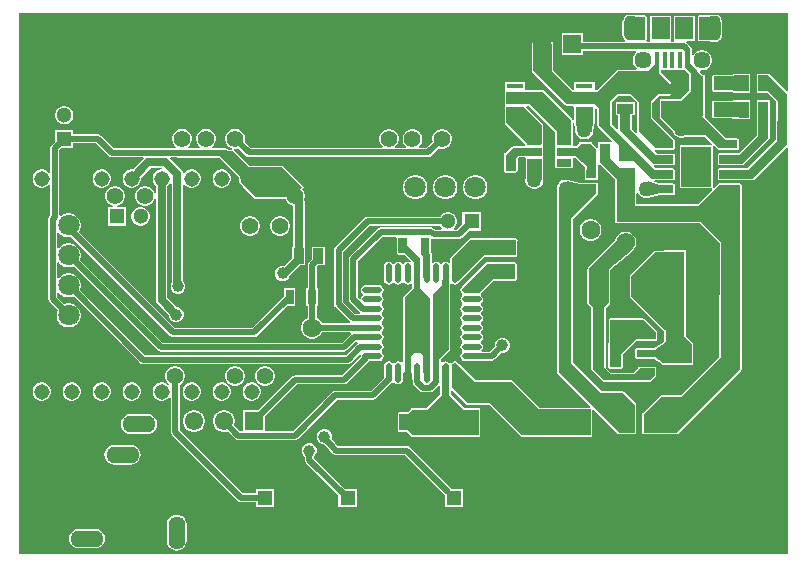
<source format=gtl>
G04*
G04 #@! TF.GenerationSoftware,Altium Limited,Altium Designer,23.4.1 (23)*
G04*
G04 Layer_Physical_Order=1*
G04 Layer_Color=255*
%FSLAX25Y25*%
%MOIN*%
G70*
G04*
G04 #@! TF.SameCoordinates,34C706FF-D981-4061-8AA4-72CC7803A1E3*
G04*
G04*
G04 #@! TF.FilePolarity,Positive*
G04*
G01*
G75*
%ADD17C,0.01968*%
%ADD19R,0.06299X0.22441*%
%ADD22R,0.03197X0.02985*%
%ADD23R,0.03740X0.05315*%
%ADD24R,0.04331X0.04724*%
%ADD27R,0.02756X0.05118*%
%ADD28R,0.06693X0.06614*%
%ADD35R,0.05118X0.02756*%
%ADD37R,0.05315X0.03740*%
%ADD38C,0.15748*%
%ADD53R,0.05118X0.05118*%
%ADD54C,0.05118*%
%ADD55R,0.06181X0.06181*%
%ADD56C,0.06181*%
%ADD58R,0.06181X0.06181*%
%ADD59R,0.05118X0.05118*%
%ADD63R,0.05906X0.07480*%
%ADD64R,0.04921X0.02362*%
%ADD65R,0.03347X0.05315*%
%ADD66R,0.04724X0.02559*%
%ADD67R,0.01575X0.05315*%
%ADD68O,0.06496X0.02165*%
%ADD69O,0.02165X0.06496*%
%ADD70R,0.22047X0.08268*%
%ADD71R,0.09894X0.13394*%
%ADD72R,0.06004X0.02756*%
%ADD73R,0.05807X0.01772*%
%ADD74R,0.05315X0.03347*%
%ADD75C,0.02756*%
G04:AMPARAMS|DCode=76|XSize=78.74mil|YSize=39.37mil|CornerRadius=9.84mil|HoleSize=0mil|Usage=FLASHONLY|Rotation=270.000|XOffset=0mil|YOffset=0mil|HoleType=Round|Shape=RoundedRectangle|*
%AMROUNDEDRECTD76*
21,1,0.07874,0.01968,0,0,270.0*
21,1,0.05906,0.03937,0,0,270.0*
1,1,0.01968,-0.00984,-0.02953*
1,1,0.01968,-0.00984,0.02953*
1,1,0.01968,0.00984,0.02953*
1,1,0.01968,0.00984,-0.02953*
%
%ADD76ROUNDEDRECTD76*%
%ADD77C,0.13583*%
%ADD78C,0.05709*%
%ADD79C,0.05150*%
%ADD80R,0.05150X0.05150*%
%ADD81C,0.05512*%
%ADD82C,0.06299*%
%ADD83C,0.07087*%
%ADD84R,0.07087X0.07087*%
%ADD85O,0.11024X0.05512*%
%ADD86O,0.05512X0.11024*%
%ADD87C,0.05591*%
%ADD88C,0.06102*%
%ADD89R,0.06102X0.06102*%
%ADD90R,0.07087X0.07087*%
%ADD91C,0.03937*%
%ADD92C,0.11811*%
%ADD93C,0.05000*%
G36*
X257071Y155371D02*
X256609Y155180D01*
X250992Y160797D01*
Y161031D01*
X250592D01*
X250492Y161073D01*
X250492Y161073D01*
X247146D01*
X247046Y161031D01*
X246646D01*
Y160631D01*
X246604Y160531D01*
Y155217D01*
X246646Y155117D01*
Y154717D01*
X247046D01*
X247146Y154675D01*
X250268D01*
X252176Y152767D01*
X252176Y152767D01*
X253099Y151844D01*
X253004Y139005D01*
X243477Y129478D01*
X234154D01*
X233959Y129398D01*
X233652D01*
Y129032D01*
X233612Y128937D01*
Y126083D01*
X233652Y125988D01*
Y125642D01*
X233911D01*
X234154Y125541D01*
X245472D01*
X245472Y125541D01*
X245855Y125700D01*
X245855Y125700D01*
X256609Y136454D01*
X257071Y136263D01*
Y803D01*
X803D01*
Y181284D01*
X257071D01*
Y155371D01*
D02*
G37*
G36*
X256890Y154134D02*
Y137500D01*
X245472Y126083D01*
X234154D01*
Y128937D01*
X243701D01*
X253543Y138779D01*
X253642Y152067D01*
X252559Y153150D01*
X250492Y155217D01*
X247146D01*
Y160531D01*
X250492D01*
X256890Y154134D01*
D02*
G37*
%LPC*%
G36*
X233268Y180647D02*
X231299D01*
X230720Y180532D01*
X230616Y180463D01*
X227559D01*
X227176Y180304D01*
X227018Y179921D01*
Y172441D01*
X227176Y172058D01*
X227559Y171900D01*
X230616D01*
X230720Y171830D01*
X231299Y171715D01*
X233268D01*
X233847Y171830D01*
X234338Y172158D01*
X234666Y172649D01*
X234749Y173067D01*
X235002Y173446D01*
X235194Y174409D01*
X235187Y174445D01*
X235187Y177916D01*
X235194Y177953D01*
X235002Y178916D01*
X234749Y179295D01*
X234666Y179713D01*
X234338Y180204D01*
X233847Y180532D01*
X233268Y180647D01*
D02*
G37*
G36*
X205709D02*
X203740D01*
X203161Y180532D01*
X202670Y180204D01*
X202342Y179713D01*
X202259Y179295D01*
X202005Y178916D01*
X201814Y177953D01*
X201821Y177917D01*
X201821Y174446D01*
X201814Y174409D01*
X202005Y173446D01*
X202259Y173067D01*
X202342Y172649D01*
X202640Y172203D01*
X202588Y171988D01*
X202451Y171703D01*
X188787D01*
Y174457D01*
X181606D01*
Y167276D01*
X188787D01*
Y168676D01*
X206460D01*
X206543Y168176D01*
X205977Y167611D01*
X205536Y166846D01*
X205307Y165993D01*
Y165110D01*
X205536Y164257D01*
X205977Y163492D01*
X206602Y162867D01*
X206627Y162852D01*
X206493Y162352D01*
X205020Y162352D01*
X205020Y162352D01*
X204823D01*
X204823Y162352D01*
X200394Y162352D01*
X200394Y162352D01*
X200011Y162194D01*
X200011Y162194D01*
X193477Y155659D01*
X192608D01*
Y158283D01*
X185801D01*
Y155806D01*
X185301Y155720D01*
X178789Y162232D01*
Y171063D01*
X178786Y171072D01*
X178789Y171080D01*
X178707Y171262D01*
X178631Y171446D01*
X178622Y171449D01*
X178618Y171458D01*
X178433Y171528D01*
X178248Y171604D01*
X178239Y171601D01*
X178231Y171604D01*
X172128Y171407D01*
X171947Y171325D01*
X171763Y171249D01*
X171759Y171240D01*
X171751Y171236D01*
X171681Y171050D01*
X171605Y170866D01*
Y162106D01*
X171604Y162106D01*
X171763Y161724D01*
X171763Y161724D01*
X182885Y150602D01*
X183268Y150443D01*
X183268Y150443D01*
X185534D01*
X185778Y150000D01*
Y145670D01*
X185778Y145609D01*
X185775Y145589D01*
X185285Y145571D01*
X185252Y145652D01*
X185127Y145954D01*
X185127Y145954D01*
X175580Y155501D01*
X175197Y155659D01*
X175197Y155659D01*
X169474D01*
Y158283D01*
X162667D01*
Y155165D01*
X162648Y155118D01*
Y150984D01*
X162667Y150937D01*
Y149949D01*
X162648Y149902D01*
X162648Y144587D01*
X162648Y144587D01*
X162806Y144204D01*
X169559Y137451D01*
X169470Y136934D01*
X169235Y136860D01*
X165354D01*
X165354Y136860D01*
X164972Y136702D01*
X162727Y134457D01*
X162492D01*
Y134056D01*
X162451Y133957D01*
X162451Y133957D01*
Y128642D01*
X162492Y128542D01*
Y128142D01*
X162893D01*
X162992Y128101D01*
X166354D01*
X166453Y128142D01*
X166839D01*
Y128506D01*
X166895Y128642D01*
Y132566D01*
X167547Y133219D01*
X169235D01*
X169485Y133140D01*
X169650Y132613D01*
X169636Y132579D01*
Y126346D01*
X169539Y125986D01*
Y125196D01*
X169744Y124433D01*
X170139Y123749D01*
X170697Y123190D01*
X171381Y122795D01*
X172144Y122591D01*
X172934D01*
X173697Y122795D01*
X174381Y123190D01*
X174940Y123749D01*
X175335Y124433D01*
X175539Y125196D01*
Y125986D01*
X175443Y126346D01*
X175443Y132579D01*
X175402Y132678D01*
X175402Y133079D01*
X175402Y133660D01*
X175443Y133760D01*
Y136319D01*
X175402Y136418D01*
X175402Y136819D01*
X175402Y137400D01*
X175443Y137500D01*
Y143996D01*
X175443Y143996D01*
X175284Y144379D01*
X169720Y149943D01*
X169927Y150443D01*
X170740D01*
X179479Y141705D01*
X179479Y137500D01*
X179520Y137400D01*
X179520Y137000D01*
X179520Y136418D01*
X179479Y136319D01*
Y133760D01*
X179520Y133660D01*
X179520Y133260D01*
X179520Y132760D01*
Y129520D01*
X185244D01*
Y132719D01*
X185686Y133219D01*
X186193D01*
X187394Y132018D01*
Y131882D01*
X187530D01*
X189419Y129992D01*
Y126181D01*
X189437Y126139D01*
Y125673D01*
X189881D01*
X189961Y125640D01*
X193209D01*
X193288Y125673D01*
X193634D01*
Y125902D01*
X193750Y126181D01*
Y130762D01*
X194250Y130969D01*
X199360Y125858D01*
Y117028D01*
X199360Y117028D01*
X199360Y117027D01*
Y111713D01*
X199362Y111708D01*
Y111252D01*
X199707D01*
X199902Y111171D01*
X205217D01*
X205217Y111171D01*
X205217Y111171D01*
X227729D01*
X234301Y104599D01*
Y102173D01*
X234244D01*
Y87501D01*
X234203Y87402D01*
Y66760D01*
X221233Y53789D01*
X214764D01*
X214381Y53631D01*
X214381Y53631D01*
X208829Y48079D01*
X208496D01*
Y40898D01*
X208813D01*
X209055Y40797D01*
X209290Y40894D01*
X219877Y40797D01*
X219879Y40798D01*
X219882Y40797D01*
X220071Y40876D01*
X220261Y40952D01*
X220262Y40955D01*
X220265Y40956D01*
X222332Y43023D01*
X222332Y43023D01*
X241426Y62117D01*
X241584Y62500D01*
X241584Y62500D01*
Y87402D01*
X241584Y87402D01*
Y123917D01*
X241426Y124300D01*
X241043Y124459D01*
X234154D01*
X234007Y124398D01*
X233652D01*
Y124181D01*
X232423Y122952D01*
X231923Y123160D01*
X231923Y123183D01*
Y136856D01*
X231923Y136880D01*
X232423Y137087D01*
X233652Y135859D01*
Y135642D01*
X234007D01*
X234154Y135581D01*
X234154Y135581D01*
X240158D01*
X240304Y135642D01*
X240655D01*
Y136018D01*
X240699Y136122D01*
Y138976D01*
X240655Y139081D01*
Y139398D01*
X240447D01*
X240158Y139518D01*
X236346D01*
X229273Y146591D01*
X229380Y146850D01*
Y159843D01*
X229380Y159843D01*
X229339Y159942D01*
Y160736D01*
X228710D01*
X227717Y161730D01*
X227854Y162070D01*
X227957Y162197D01*
X228788D01*
X229641Y162425D01*
X230406Y162867D01*
X231031Y163492D01*
X231472Y164257D01*
X231701Y165110D01*
Y165993D01*
X231472Y166846D01*
X231031Y167611D01*
X230406Y168235D01*
X229641Y168677D01*
X228788Y168905D01*
X227905D01*
X227052Y168677D01*
X226287Y168235D01*
X225662Y167611D01*
X225451Y167244D01*
X224951Y167378D01*
Y169543D01*
X224792Y169925D01*
X224792Y169925D01*
X224145Y170572D01*
X224121Y170582D01*
X224084Y170639D01*
X223463Y171260D01*
X223192Y171441D01*
X223343Y171941D01*
X225894D01*
Y180421D01*
X218988D01*
Y172203D01*
X218988Y171941D01*
X218587Y171703D01*
X218421D01*
X218020Y171941D01*
X218020Y172203D01*
Y180421D01*
X211114D01*
Y172203D01*
X211114Y171941D01*
X210713Y171703D01*
X210130D01*
X209892Y172203D01*
X209990Y172441D01*
Y179921D01*
X209832Y180304D01*
X209449Y180463D01*
X206392D01*
X206288Y180532D01*
X205709Y180647D01*
D02*
G37*
G36*
X243996Y161073D02*
X239173D01*
X238790Y160914D01*
X238790Y160914D01*
X238654Y160777D01*
X232283D01*
X231901Y160619D01*
X231742Y160236D01*
Y155512D01*
X231901Y155129D01*
X232283Y154971D01*
X238457D01*
X238594Y154834D01*
X238976Y154675D01*
X238976Y154675D01*
X243996D01*
X244095Y154717D01*
X244496D01*
Y155117D01*
X244537Y155217D01*
Y160531D01*
X244496Y160631D01*
Y161031D01*
X244095D01*
X243996Y161073D01*
D02*
G37*
G36*
Y152313D02*
X239173D01*
X238790Y152154D01*
X238790Y152154D01*
X238654Y152018D01*
X232283D01*
X232184Y151976D01*
X231784D01*
Y151576D01*
X231742Y151476D01*
Y146752D01*
X231784Y146652D01*
Y146252D01*
X232184D01*
X232283Y146211D01*
X238457D01*
X238594Y146074D01*
X238976Y145915D01*
X238976Y145915D01*
X243996D01*
X244095Y145957D01*
X244496D01*
Y146357D01*
X244537Y146457D01*
Y151772D01*
X244496Y151871D01*
Y152272D01*
X244095D01*
X243996Y152313D01*
D02*
G37*
G36*
X16151Y150303D02*
X15345D01*
X14567Y150095D01*
X13870Y149692D01*
X13300Y149122D01*
X12898Y148425D01*
X12689Y147647D01*
Y146841D01*
X12898Y146063D01*
X13300Y145366D01*
X13870Y144796D01*
X14567Y144394D01*
X15345Y144185D01*
X16151D01*
X16929Y144394D01*
X17626Y144796D01*
X18196Y145366D01*
X18599Y146063D01*
X18807Y146841D01*
Y147647D01*
X18599Y148425D01*
X18196Y149122D01*
X17626Y149692D01*
X16929Y150095D01*
X16151Y150303D01*
D02*
G37*
G36*
X73269Y142705D02*
X72401D01*
X71563Y142480D01*
X70811Y142046D01*
X70198Y141433D01*
X69764Y140681D01*
X69539Y139843D01*
Y138976D01*
X69764Y138137D01*
X70198Y137386D01*
X70811Y136773D01*
X71563Y136339D01*
X71792Y136277D01*
X71726Y135777D01*
X70720D01*
X70717Y135781D01*
X70226Y136109D01*
X69647Y136224D01*
X65066D01*
X64932Y136724D01*
X65016Y136773D01*
X65629Y137386D01*
X66063Y138137D01*
X66287Y138976D01*
Y139843D01*
X66063Y140681D01*
X65629Y141433D01*
X65016Y142046D01*
X64264Y142480D01*
X63426Y142705D01*
X62558D01*
X61720Y142480D01*
X60969Y142046D01*
X60355Y141433D01*
X59921Y140681D01*
X59697Y139843D01*
Y138976D01*
X59921Y138137D01*
X60355Y137386D01*
X60969Y136773D01*
X61052Y136724D01*
X60918Y136224D01*
X57192D01*
X57058Y136724D01*
X57141Y136773D01*
X57755Y137386D01*
X58189Y138137D01*
X58413Y138976D01*
Y139843D01*
X58189Y140681D01*
X57755Y141433D01*
X57141Y142046D01*
X56390Y142480D01*
X55552Y142705D01*
X54684D01*
X53846Y142480D01*
X53095Y142046D01*
X52481Y141433D01*
X52047Y140681D01*
X51823Y139843D01*
Y138976D01*
X52047Y138137D01*
X52481Y137386D01*
X53095Y136773D01*
X53178Y136724D01*
X53044Y136224D01*
X32353D01*
X28137Y140440D01*
X27646Y140768D01*
X27067Y140883D01*
X27067Y140883D01*
X18807D01*
Y142429D01*
X12689D01*
Y138451D01*
X11596Y137358D01*
X11268Y136867D01*
X11153Y136288D01*
X11153Y136288D01*
Y128216D01*
X10653Y128054D01*
X10195Y128512D01*
X9494Y128916D01*
X8712Y129126D01*
X7902D01*
X7120Y128916D01*
X6419Y128512D01*
X5847Y127939D01*
X5442Y127238D01*
X5232Y126456D01*
Y125646D01*
X5442Y124864D01*
X5847Y124163D01*
X6419Y123591D01*
X7120Y123186D01*
X7902Y122976D01*
X8712D01*
X9494Y123186D01*
X10195Y123591D01*
X10653Y124048D01*
X11153Y123886D01*
Y114056D01*
X10925Y113828D01*
X10597Y113337D01*
X10482Y112758D01*
X10482Y112758D01*
Y85879D01*
X10482Y85879D01*
X10597Y85300D01*
X10925Y84809D01*
X13580Y82154D01*
X13555Y82112D01*
X13280Y81084D01*
Y80019D01*
X13555Y78991D01*
X14087Y78069D01*
X14840Y77316D01*
X15762Y76783D01*
X16791Y76508D01*
X17855D01*
X18883Y76783D01*
X19805Y77316D01*
X20558Y78069D01*
X21091Y78991D01*
X21366Y80019D01*
Y81084D01*
X21091Y82112D01*
X20558Y83034D01*
X19805Y83787D01*
X18883Y84319D01*
X17855Y84595D01*
X16791D01*
X15762Y84319D01*
X15720Y84294D01*
X13509Y86506D01*
Y88071D01*
X14009Y88205D01*
X14087Y88068D01*
X14840Y87316D01*
X15762Y86783D01*
X16791Y86508D01*
X17855D01*
X18883Y86783D01*
X18926Y86808D01*
X41056Y64678D01*
X41547Y64350D01*
X42126Y64235D01*
X110236D01*
X110236Y64235D01*
X110815Y64350D01*
X111306Y64678D01*
X114274Y67645D01*
X114817Y67532D01*
X114839Y67504D01*
X114725Y66929D01*
X114730Y66905D01*
X108393Y60568D01*
X92835D01*
X92835Y60568D01*
X92256Y60453D01*
X91765Y60125D01*
X91764Y60125D01*
X80466Y48827D01*
X75504D01*
Y41954D01*
X74517D01*
X72407Y44064D01*
X72606Y44808D01*
Y45743D01*
X72364Y46646D01*
X71897Y47456D01*
X71236Y48117D01*
X70426Y48585D01*
X69523Y48827D01*
X68588D01*
X67684Y48585D01*
X66875Y48117D01*
X66214Y47456D01*
X65746Y46646D01*
X65504Y45743D01*
Y44808D01*
X65746Y43905D01*
X66214Y43095D01*
X66875Y42434D01*
X67684Y41966D01*
X68588Y41724D01*
X69523D01*
X70267Y41924D01*
X72821Y39370D01*
X73311Y39042D01*
X73891Y38927D01*
X73891Y38927D01*
X92644D01*
X92644Y38927D01*
X93223Y39042D01*
X93714Y39370D01*
X106767Y52424D01*
X118701D01*
X118701Y52424D01*
X119280Y52539D01*
X119771Y52867D01*
X124729Y57825D01*
X125157Y58111D01*
X125290Y58310D01*
X125891D01*
X126024Y58111D01*
X126548Y57761D01*
X127165Y57638D01*
X127783Y57761D01*
X128306Y58111D01*
X128656Y58634D01*
X128779Y59252D01*
Y61310D01*
X129232Y61664D01*
X131398D01*
X131851Y61310D01*
Y59252D01*
X131974Y58634D01*
X131989Y58612D01*
Y58310D01*
X131989Y58310D01*
X132104Y57730D01*
X132432Y57239D01*
X134356Y55315D01*
X134357Y55315D01*
X134847Y54987D01*
X135427Y54872D01*
X135427Y54872D01*
X137802D01*
X137802Y54872D01*
X138381Y54987D01*
X138872Y55315D01*
X140691Y57134D01*
X141105Y57011D01*
X141191Y56948D01*
Y54161D01*
X136546Y49516D01*
X131390D01*
Y49084D01*
X130484Y48179D01*
X127559D01*
X127176Y48020D01*
X127143Y47941D01*
X127059D01*
Y47737D01*
X127018Y47638D01*
Y42126D01*
X127059Y42026D01*
Y41823D01*
X127143D01*
X127176Y41743D01*
X127559Y41585D01*
X130091D01*
X131390Y40286D01*
Y40248D01*
X131428D01*
X131507Y40168D01*
X131890Y40010D01*
X131890Y40010D01*
X153937D01*
X154320Y40168D01*
X154353Y40248D01*
X154437D01*
Y40452D01*
X154478Y40551D01*
Y48819D01*
X154437Y48918D01*
Y49516D01*
X149281D01*
X144636Y54161D01*
Y55530D01*
X145136Y55724D01*
X149600Y50817D01*
X149612Y50811D01*
X149617Y50798D01*
X149798Y50724D01*
X149975Y50640D01*
X149987Y50645D01*
X150000Y50640D01*
X157650D01*
X168121Y40168D01*
X168504Y40010D01*
X168504Y40010D01*
X191339D01*
X191721Y40168D01*
X191754Y40248D01*
X191839D01*
Y40452D01*
X191880Y40551D01*
Y48872D01*
X192380Y49079D01*
X200405Y41054D01*
X200787Y40896D01*
X200787Y40896D01*
X206004D01*
X206387Y41054D01*
X206545Y41437D01*
Y50787D01*
X206545Y50787D01*
X206387Y51170D01*
X206387Y51170D01*
X202450Y55107D01*
X202067Y55266D01*
X202067Y55266D01*
X195008Y55266D01*
X185384Y64890D01*
Y112768D01*
X193352Y120736D01*
X193634D01*
Y121218D01*
X193651Y121260D01*
Y124162D01*
X193634Y124203D01*
Y124721D01*
X191136D01*
X187668Y124752D01*
X183590Y125723D01*
X183525Y125713D01*
X183465Y125738D01*
X183424Y125721D01*
X183367Y125736D01*
X182578D01*
X181815Y125532D01*
X181130Y125137D01*
X180572Y124578D01*
X180177Y123894D01*
X179972Y123131D01*
Y122341D01*
X180069Y121981D01*
Y61614D01*
X180069Y61614D01*
X180227Y61231D01*
X191205Y50254D01*
X190998Y49754D01*
X174240D01*
X165343Y58650D01*
X165264Y58683D01*
Y58768D01*
X164961Y58809D01*
X164961Y58809D01*
X164781Y58809D01*
X152980D01*
X147484Y64306D01*
X147204Y64724D01*
X146680Y65074D01*
X146063Y65196D01*
X145446Y65074D01*
X144922Y64724D01*
X144820Y64572D01*
X144782Y64556D01*
X144777Y64543D01*
X144548Y64474D01*
X144187Y64525D01*
X144054Y64724D01*
X143531Y65074D01*
X142913Y65196D01*
X142296Y65074D01*
X141888Y64801D01*
X141490Y64943D01*
X141388Y65022D01*
Y65819D01*
X144379Y68810D01*
X144537Y69193D01*
X144537Y69193D01*
Y90883D01*
X144640Y90963D01*
X145037Y91105D01*
X145446Y90832D01*
X146063Y90709D01*
X146680Y90832D01*
X147204Y91182D01*
X147417Y91500D01*
X147528Y91546D01*
X147528Y91546D01*
X155933Y99951D01*
X166240D01*
X166623Y100109D01*
X166781Y100492D01*
Y105189D01*
X166820Y105227D01*
X166978Y105610D01*
X166820Y105993D01*
X166437Y106151D01*
X166437Y106151D01*
X151083D01*
X151083Y106151D01*
X150700Y105993D01*
X150700Y105993D01*
X144696Y99989D01*
X144537Y99606D01*
X144537Y99606D01*
Y97971D01*
X144139Y97826D01*
X144037Y97806D01*
X143531Y98144D01*
X142913Y98267D01*
X142296Y98144D01*
X141772Y97795D01*
X141639Y97595D01*
X141038D01*
X140905Y97795D01*
X140381Y98144D01*
X139764Y98267D01*
X139146Y98144D01*
X138738Y97872D01*
X138340Y98014D01*
X138238Y98093D01*
Y101083D01*
X138238Y101083D01*
X138080Y101465D01*
X137943Y101602D01*
Y105512D01*
X137902Y105611D01*
Y105810D01*
X138314Y106067D01*
X138402Y106064D01*
X138953Y105954D01*
X147231D01*
X147231Y105954D01*
X147811Y106070D01*
X148302Y106398D01*
X150656Y108752D01*
X154634D01*
Y114870D01*
X148516D01*
Y110892D01*
X146605Y108981D01*
X145864D01*
X145697Y109481D01*
X146149Y109933D01*
X146551Y110630D01*
X146760Y111408D01*
Y112214D01*
X146551Y112992D01*
X146149Y113689D01*
X145579Y114259D01*
X144881Y114662D01*
X144104Y114870D01*
X143298D01*
X142520Y114662D01*
X141823Y114259D01*
X141253Y113689D01*
X141042Y113324D01*
X116929D01*
X116929Y113324D01*
X116350Y113209D01*
X115859Y112881D01*
X115859Y112881D01*
X106213Y103235D01*
X105885Y102744D01*
X105770Y102165D01*
X105770Y102165D01*
Y84367D01*
X105770Y84367D01*
X105885Y83788D01*
X106213Y83297D01*
X111015Y78495D01*
X111015Y78495D01*
X111170Y78391D01*
X111019Y77891D01*
X101766D01*
X101346Y78619D01*
X100666Y79298D01*
X99938Y79718D01*
Y83555D01*
X100303D01*
Y89673D01*
X99938D01*
Y96617D01*
X100459Y97138D01*
X102665D01*
Y103453D01*
X98319D01*
Y99278D01*
X97355Y98314D01*
X97027Y97823D01*
X96912Y97244D01*
X96912Y97244D01*
Y89673D01*
X96547D01*
Y83555D01*
X96912D01*
Y79718D01*
X96184Y79298D01*
X95505Y78619D01*
X95024Y77787D01*
X94776Y76858D01*
Y75898D01*
X95024Y74969D01*
X95505Y74137D01*
X96184Y73457D01*
X97017Y72977D01*
X97945Y72728D01*
X98906D01*
X99834Y72977D01*
X100666Y73457D01*
X101346Y74137D01*
X101766Y74865D01*
X111180D01*
X111332Y74365D01*
X111233Y74298D01*
X111233Y74298D01*
X108330Y71395D01*
X48619D01*
X21066Y98948D01*
X21091Y98990D01*
X21366Y100019D01*
Y101084D01*
X21091Y102112D01*
X20558Y103034D01*
X19805Y103787D01*
X18883Y104319D01*
X17855Y104595D01*
X16791D01*
X15762Y104319D01*
X14840Y103787D01*
X14087Y103034D01*
X14009Y102897D01*
X13509Y103031D01*
Y108071D01*
X14009Y108205D01*
X14087Y108069D01*
X14840Y107316D01*
X15762Y106783D01*
X16791Y106508D01*
X17855D01*
X18218Y106605D01*
X51090Y73733D01*
X51581Y73405D01*
X52161Y73290D01*
X52161Y73290D01*
X79134D01*
X79134Y73290D01*
X79713Y73405D01*
X80204Y73733D01*
X90026Y83555D01*
X92823D01*
Y89673D01*
X89067D01*
Y86876D01*
X78507Y76316D01*
X52787D01*
X20733Y108371D01*
X21091Y108991D01*
X21366Y110019D01*
Y111083D01*
X21091Y112112D01*
X20558Y113034D01*
X19805Y113787D01*
X18883Y114319D01*
X17855Y114594D01*
X16791D01*
X15762Y114319D01*
X14840Y113787D01*
X14680Y113626D01*
X14179Y113833D01*
Y135661D01*
X14829Y136311D01*
X18807D01*
Y137857D01*
X26440D01*
X30656Y133641D01*
X30656Y133641D01*
X31147Y133313D01*
X31726Y133198D01*
X31726Y133198D01*
X42039D01*
X42246Y132698D01*
X38674Y129126D01*
X37902D01*
X37120Y128916D01*
X36419Y128512D01*
X35847Y127939D01*
X35442Y127238D01*
X35232Y126456D01*
Y125646D01*
X35442Y124864D01*
X35847Y124163D01*
X36419Y123591D01*
X37120Y123186D01*
X37902Y122976D01*
X38712D01*
X39494Y123186D01*
X40195Y123591D01*
X40767Y124163D01*
X41172Y124864D01*
X41382Y125646D01*
Y126418D01*
X44598Y129634D01*
X48230D01*
X48235Y129626D01*
X47958Y129126D01*
X47902D01*
X47120Y128916D01*
X46419Y128512D01*
X45847Y127939D01*
X45442Y127238D01*
X45232Y126456D01*
Y125646D01*
X45442Y124864D01*
X45847Y124163D01*
X46392Y123617D01*
Y121324D01*
X45892Y121258D01*
X45829Y121493D01*
X45401Y122235D01*
X44794Y122842D01*
X44052Y123270D01*
X43224Y123492D01*
X42367D01*
X41539Y123270D01*
X40796Y122842D01*
X40190Y122235D01*
X39761Y121493D01*
X39539Y120665D01*
Y119808D01*
X39761Y118980D01*
X40190Y118237D01*
X40796Y117631D01*
X41539Y117202D01*
X42367Y116980D01*
X43224D01*
X44052Y117202D01*
X44794Y117631D01*
X45401Y118237D01*
X45829Y118980D01*
X45892Y119215D01*
X46392Y119149D01*
Y85551D01*
X46392Y85551D01*
X46538Y84818D01*
X46953Y84197D01*
X50681Y80469D01*
Y80218D01*
X51057Y79310D01*
X51751Y78616D01*
X52659Y78240D01*
X53641D01*
X54548Y78616D01*
X55242Y79310D01*
X55618Y80218D01*
Y81200D01*
X55242Y82107D01*
X54548Y82801D01*
X53641Y83177D01*
X53389D01*
X50222Y86344D01*
Y123617D01*
X50767Y124163D01*
X50903Y124397D01*
X51567Y124548D01*
X51640Y124497D01*
Y91517D01*
X51286Y90662D01*
Y89680D01*
X51661Y88773D01*
X52356Y88078D01*
X53263Y87703D01*
X54245D01*
X55152Y88078D01*
X55847Y88773D01*
X56223Y89680D01*
Y90662D01*
X55847Y91569D01*
X55469Y91947D01*
Y123868D01*
X55969Y124041D01*
X56419Y123591D01*
X57120Y123186D01*
X57902Y122976D01*
X58712D01*
X59494Y123186D01*
X60195Y123591D01*
X60768Y124163D01*
X61172Y124864D01*
X61382Y125646D01*
Y126456D01*
X61172Y127238D01*
X60768Y127939D01*
X60195Y128512D01*
X59494Y128916D01*
X58712Y129126D01*
X57902D01*
X57120Y128916D01*
X56419Y128512D01*
X55888Y127981D01*
X55681Y127990D01*
X55357Y128091D01*
X55323Y128258D01*
X54908Y128879D01*
X54908Y128879D01*
X51090Y132698D01*
X51297Y133198D01*
X53553D01*
X53740Y133120D01*
X67574D01*
X74014Y126681D01*
X74065Y124886D01*
X74147Y124704D01*
X74224Y124519D01*
X75232Y123510D01*
Y122976D01*
X75766D01*
X79145Y119598D01*
X79528Y119439D01*
X79528Y119439D01*
X89638D01*
X89761Y118980D01*
X90190Y118237D01*
X90796Y117631D01*
X91539Y117202D01*
X92081Y117057D01*
Y103453D01*
X91823D01*
Y100185D01*
X91786Y100000D01*
X91786Y100000D01*
Y99779D01*
X88964Y96957D01*
X88092D01*
X87184Y96581D01*
X86490Y95886D01*
X86114Y94979D01*
Y93997D01*
X86490Y93090D01*
X87184Y92396D01*
X88092Y92020D01*
X89074D01*
X89981Y92396D01*
X90675Y93090D01*
X90790Y93368D01*
X94560Y97138D01*
X96169D01*
Y103453D01*
X95911D01*
Y118290D01*
X95911Y118290D01*
X95788Y118908D01*
X95829Y118980D01*
X96051Y119808D01*
Y120665D01*
X95829Y121493D01*
X95401Y122235D01*
X95126Y122510D01*
X95461Y122846D01*
X95587Y123149D01*
X95620Y123228D01*
X95461Y123611D01*
X95461Y123611D01*
X88867Y130206D01*
X88484Y130364D01*
X88484Y130364D01*
X77685Y130364D01*
X72435Y135614D01*
X72435Y135642D01*
X72541Y136114D01*
X73269D01*
X73837Y136267D01*
X76384Y133721D01*
X76874Y133392D01*
X77454Y133277D01*
X77454Y133277D01*
X137153D01*
X137153Y133277D01*
X137732Y133392D01*
X138223Y133721D01*
X140730Y136227D01*
X141298Y136075D01*
X142166D01*
X143004Y136299D01*
X143756Y136733D01*
X144369Y137347D01*
X144803Y138098D01*
X145027Y138936D01*
Y139804D01*
X144803Y140642D01*
X144369Y141393D01*
X143756Y142007D01*
X143004Y142441D01*
X142166Y142665D01*
X141298D01*
X140460Y142441D01*
X139709Y142007D01*
X139095Y141393D01*
X138662Y140642D01*
X138437Y139804D01*
Y138936D01*
X138589Y138367D01*
X136526Y136304D01*
X134084D01*
X133984Y136804D01*
X134527Y137347D01*
X134960Y138098D01*
X135185Y138936D01*
Y139804D01*
X134960Y140642D01*
X134527Y141393D01*
X133913Y142007D01*
X133162Y142441D01*
X132324Y142665D01*
X131456D01*
X130618Y142441D01*
X129866Y142007D01*
X129253Y141393D01*
X128819Y140642D01*
X128595Y139804D01*
Y138936D01*
X128819Y138098D01*
X129253Y137347D01*
X129796Y136804D01*
X129696Y136304D01*
X126210D01*
X126110Y136804D01*
X126653Y137347D01*
X127086Y138098D01*
X127311Y138936D01*
Y139804D01*
X127086Y140642D01*
X126653Y141393D01*
X126039Y142007D01*
X125288Y142441D01*
X124450Y142665D01*
X123582D01*
X122744Y142441D01*
X121992Y142007D01*
X121379Y141393D01*
X120945Y140642D01*
X120721Y139804D01*
Y138936D01*
X120945Y138098D01*
X121379Y137347D01*
X121922Y136804D01*
X121822Y136304D01*
X78080D01*
X75977Y138407D01*
X76130Y138976D01*
Y139843D01*
X75905Y140681D01*
X75472Y141433D01*
X74858Y142046D01*
X74107Y142480D01*
X73269Y142705D01*
D02*
G37*
G36*
X250492Y152313D02*
X247146D01*
X247046Y152272D01*
X246646D01*
Y151871D01*
X246604Y151772D01*
Y140480D01*
X240622Y134498D01*
X234154D01*
X233911Y134398D01*
X233652D01*
Y134051D01*
X233612Y133957D01*
Y131102D01*
X233652Y131008D01*
Y130642D01*
X233959D01*
X234154Y130561D01*
X242027Y130561D01*
X242028Y130561D01*
X242410Y130720D01*
X242410Y130720D01*
X250875Y139184D01*
X251033Y139567D01*
X251033Y139567D01*
Y151772D01*
X250992Y151871D01*
Y152272D01*
X250592D01*
X250492Y152313D01*
D02*
G37*
G36*
X68712Y129126D02*
X67902D01*
X67120Y128916D01*
X66419Y128512D01*
X65847Y127939D01*
X65442Y127238D01*
X65232Y126456D01*
Y125646D01*
X65442Y124864D01*
X65847Y124163D01*
X66419Y123591D01*
X67120Y123186D01*
X67902Y122976D01*
X68712D01*
X69494Y123186D01*
X70195Y123591D01*
X70767Y124163D01*
X71172Y124864D01*
X71382Y125646D01*
Y126456D01*
X71172Y127238D01*
X70767Y127939D01*
X70195Y128512D01*
X69494Y128916D01*
X68712Y129126D01*
D02*
G37*
G36*
X28712D02*
X27902D01*
X27120Y128916D01*
X26419Y128512D01*
X25847Y127939D01*
X25442Y127238D01*
X25232Y126456D01*
Y125646D01*
X25442Y124864D01*
X25847Y124163D01*
X26419Y123591D01*
X27120Y123186D01*
X27902Y122976D01*
X28712D01*
X29494Y123186D01*
X30195Y123591D01*
X30768Y124163D01*
X31172Y124864D01*
X31382Y125646D01*
Y126456D01*
X31172Y127238D01*
X30768Y127939D01*
X30195Y128512D01*
X29494Y128916D01*
X28712Y129126D01*
D02*
G37*
G36*
X153328Y127272D02*
X152263D01*
X151235Y126996D01*
X150313Y126464D01*
X149560Y125711D01*
X149028Y124789D01*
X148752Y123761D01*
Y122696D01*
X149028Y121668D01*
X149560Y120746D01*
X150313Y119993D01*
X151235Y119461D01*
X152263Y119185D01*
X153328D01*
X154356Y119461D01*
X155278Y119993D01*
X156031Y120746D01*
X156563Y121668D01*
X156839Y122696D01*
Y123761D01*
X156563Y124789D01*
X156031Y125711D01*
X155278Y126464D01*
X154356Y126996D01*
X153328Y127272D01*
D02*
G37*
G36*
X143328D02*
X142263D01*
X141235Y126996D01*
X140313Y126464D01*
X139560Y125711D01*
X139028Y124789D01*
X138752Y123761D01*
Y122696D01*
X139028Y121668D01*
X139560Y120746D01*
X140313Y119993D01*
X141235Y119461D01*
X142263Y119185D01*
X143328D01*
X144356Y119461D01*
X145278Y119993D01*
X146031Y120746D01*
X146563Y121668D01*
X146839Y122696D01*
Y123761D01*
X146563Y124789D01*
X146031Y125711D01*
X145278Y126464D01*
X144356Y126996D01*
X143328Y127272D01*
D02*
G37*
G36*
X133328D02*
X132263D01*
X131235Y126996D01*
X130313Y126464D01*
X129560Y125711D01*
X129027Y124789D01*
X128752Y123761D01*
Y122696D01*
X129027Y121668D01*
X129560Y120746D01*
X130313Y119993D01*
X131235Y119461D01*
X132263Y119185D01*
X133328D01*
X134356Y119461D01*
X135278Y119993D01*
X136031Y120746D01*
X136563Y121668D01*
X136839Y122696D01*
Y123761D01*
X136563Y124789D01*
X136031Y125711D01*
X135278Y126464D01*
X134356Y126996D01*
X133328Y127272D01*
D02*
G37*
G36*
X41643Y116543D02*
X40837D01*
X40059Y116335D01*
X39362Y115932D01*
X38792Y115363D01*
X38390Y114665D01*
X38181Y113887D01*
Y113082D01*
X38390Y112303D01*
X38792Y111606D01*
X39362Y111036D01*
X40059Y110634D01*
X40837Y110425D01*
X41643D01*
X42421Y110634D01*
X43119Y111036D01*
X43688Y111606D01*
X44091Y112303D01*
X44299Y113082D01*
Y113887D01*
X44091Y114665D01*
X43688Y115363D01*
X43119Y115932D01*
X42421Y116335D01*
X41643Y116543D01*
D02*
G37*
G36*
X33224Y123492D02*
X32367D01*
X31539Y123270D01*
X30796Y122842D01*
X30190Y122235D01*
X29761Y121493D01*
X29539Y120665D01*
Y119808D01*
X29761Y118980D01*
X30190Y118237D01*
X30796Y117631D01*
X31539Y117202D01*
X32132Y117043D01*
X32066Y116543D01*
X30307D01*
Y110425D01*
X36425D01*
Y116543D01*
X33525D01*
X33459Y117043D01*
X34052Y117202D01*
X34795Y117631D01*
X35401Y118237D01*
X35829Y118980D01*
X36051Y119808D01*
Y120665D01*
X35829Y121493D01*
X35401Y122235D01*
X34795Y122842D01*
X34052Y123270D01*
X33224Y123492D01*
D02*
G37*
G36*
X88224Y113492D02*
X87367D01*
X86538Y113270D01*
X85796Y112842D01*
X85190Y112235D01*
X84761Y111493D01*
X84539Y110665D01*
Y109808D01*
X84761Y108979D01*
X85190Y108237D01*
X85796Y107631D01*
X86538Y107202D01*
X87367Y106980D01*
X88224D01*
X89052Y107202D01*
X89794Y107631D01*
X90401Y108237D01*
X90829Y108979D01*
X91051Y109808D01*
Y110665D01*
X90829Y111493D01*
X90401Y112235D01*
X89794Y112842D01*
X89052Y113270D01*
X88224Y113492D01*
D02*
G37*
G36*
X78224D02*
X77367D01*
X76538Y113270D01*
X75796Y112842D01*
X75190Y112235D01*
X74761Y111493D01*
X74539Y110665D01*
Y109808D01*
X74761Y108979D01*
X75190Y108237D01*
X75796Y107631D01*
X76538Y107202D01*
X77367Y106980D01*
X78224D01*
X79052Y107202D01*
X79794Y107631D01*
X80401Y108237D01*
X80829Y108979D01*
X81051Y109808D01*
Y110665D01*
X80829Y111493D01*
X80401Y112235D01*
X79794Y112842D01*
X79052Y113270D01*
X78224Y113492D01*
D02*
G37*
G36*
X191721Y112606D02*
X190760D01*
X189831Y112358D01*
X188999Y111877D01*
X188320Y111198D01*
X187839Y110365D01*
X187591Y109437D01*
Y108476D01*
X187839Y107548D01*
X188320Y106716D01*
X188999Y106036D01*
X189831Y105556D01*
X190760Y105307D01*
X191721D01*
X192649Y105556D01*
X193481Y106036D01*
X194161Y106716D01*
X194641Y107548D01*
X194890Y108476D01*
Y109437D01*
X194641Y110365D01*
X194161Y111198D01*
X193481Y111877D01*
X192649Y112358D01*
X191721Y112606D01*
D02*
G37*
G36*
X163704Y98254D02*
X162914D01*
X162635Y98179D01*
X156595D01*
X156595Y98179D01*
X156212Y98020D01*
X156212Y98020D01*
X148390Y90199D01*
X148268Y90117D01*
X147919Y89594D01*
X147796Y88976D01*
X147919Y88359D01*
X148268Y87835D01*
X148468Y87702D01*
Y87101D01*
X148268Y86968D01*
X147919Y86444D01*
X147796Y85827D01*
X147919Y85209D01*
X148268Y84686D01*
X148468Y84553D01*
Y83951D01*
X148268Y83818D01*
X147919Y83295D01*
X147796Y82677D01*
X147919Y82060D01*
X148268Y81536D01*
X148468Y81403D01*
Y80802D01*
X148268Y80669D01*
X147919Y80145D01*
X147796Y79528D01*
X147919Y78910D01*
X148268Y78386D01*
X148468Y78253D01*
Y77652D01*
X148268Y77519D01*
X147919Y76995D01*
X147796Y76378D01*
X147919Y75760D01*
X148268Y75237D01*
X148468Y75104D01*
Y74502D01*
X148268Y74369D01*
X147919Y73846D01*
X147796Y73228D01*
X147919Y72611D01*
X148268Y72087D01*
X148468Y71954D01*
Y71353D01*
X148268Y71220D01*
X147919Y70696D01*
X147796Y70079D01*
X147919Y69461D01*
X148268Y68938D01*
X148468Y68805D01*
Y68203D01*
X148268Y68070D01*
X147919Y67547D01*
X147796Y66929D01*
X147919Y66312D01*
X148268Y65788D01*
X148792Y65438D01*
X149409Y65315D01*
X153740D01*
X154245Y65416D01*
X158268D01*
X158268Y65416D01*
X158847Y65531D01*
X159338Y65859D01*
X161483Y68004D01*
X162302D01*
X163209Y68380D01*
X163904Y69074D01*
X164279Y69981D01*
Y70964D01*
X163904Y71871D01*
X163209Y72565D01*
X162302Y72941D01*
X161320D01*
X160413Y72565D01*
X159718Y71871D01*
X159343Y70964D01*
Y70144D01*
X157641Y68442D01*
X155040D01*
X154881Y68938D01*
X155231Y69461D01*
X155354Y70079D01*
X155231Y70696D01*
X154881Y71220D01*
X154682Y71353D01*
Y71954D01*
X154881Y72087D01*
X155231Y72611D01*
X155354Y73228D01*
X155231Y73846D01*
X154881Y74369D01*
X154682Y74502D01*
Y75104D01*
X154881Y75237D01*
X155231Y75760D01*
X155354Y76378D01*
X155231Y76995D01*
X154881Y77519D01*
X154682Y77652D01*
Y78253D01*
X154881Y78386D01*
X155231Y78910D01*
X155354Y79528D01*
X155231Y80145D01*
X154881Y80669D01*
X154682Y80802D01*
Y81403D01*
X154881Y81536D01*
X155231Y82060D01*
X155354Y82677D01*
X155231Y83295D01*
X154881Y83818D01*
X154682Y83951D01*
Y84553D01*
X154881Y84686D01*
X155231Y85209D01*
X155354Y85827D01*
X155231Y86444D01*
X154881Y86968D01*
X154682Y87101D01*
Y87702D01*
X154881Y87835D01*
X155094Y88154D01*
X155206Y88200D01*
X155206Y88200D01*
X159082Y92077D01*
X166142D01*
X166524Y92235D01*
X166683Y92618D01*
Y97638D01*
X166524Y98020D01*
X166142Y98179D01*
X163983D01*
X163704Y98254D01*
D02*
G37*
G36*
X223039Y102173D02*
X215740D01*
Y102116D01*
X212894D01*
X212511Y101957D01*
X212511Y101957D01*
X204616Y94063D01*
X204283D01*
Y93508D01*
X204282Y93504D01*
X204282Y93504D01*
Y86910D01*
X204283Y86905D01*
Y86449D01*
X204518D01*
X215661Y75306D01*
X215661Y75306D01*
X215699Y75268D01*
Y71744D01*
X212433Y69537D01*
X206594D01*
X206212Y69379D01*
X206053Y68996D01*
Y66535D01*
X206212Y66153D01*
X206594Y65994D01*
X212431D01*
X215148Y64140D01*
X215305Y64107D01*
X215453Y64045D01*
X224902D01*
X225284Y64204D01*
X225443Y64587D01*
Y70964D01*
X225284Y71347D01*
X225284Y71347D01*
X223081Y73551D01*
Y101575D01*
X223039Y101674D01*
Y102173D01*
D02*
G37*
G36*
X208760Y79577D02*
X208760Y79577D01*
X197835D01*
X197645Y79498D01*
X197454Y79421D01*
X197454Y79419D01*
X197452Y79418D01*
X197373Y79229D01*
X197293Y79039D01*
X197194Y63291D01*
X197195Y63289D01*
X197194Y63287D01*
X197273Y63098D01*
X197351Y62907D01*
X197352Y62906D01*
X197353Y62905D01*
X197543Y62826D01*
X197732Y62746D01*
X197734Y62747D01*
X197736Y62746D01*
X201476D01*
X201859Y62905D01*
X202018Y63287D01*
Y67492D01*
X206523Y71998D01*
X212894D01*
X213276Y72157D01*
X213435Y72539D01*
Y74901D01*
X213435Y74902D01*
X213276Y75284D01*
X213276Y75284D01*
X209142Y79418D01*
X208760Y79577D01*
D02*
G37*
G36*
X203426Y108433D02*
X202480D01*
X201567Y108188D01*
X200748Y107716D01*
X200080Y107047D01*
X199607Y106228D01*
X199409Y105489D01*
X190267Y96347D01*
X190108Y95965D01*
X190108Y95964D01*
X190108Y84646D01*
X190108Y84646D01*
X190267Y84263D01*
X190267Y84263D01*
X191388Y83142D01*
X191388Y80610D01*
X191388Y80610D01*
Y69102D01*
X191331D01*
Y62787D01*
X191388D01*
Y62697D01*
X191546Y62314D01*
X191546Y62314D01*
X195385Y58476D01*
X195768Y58317D01*
X195768Y58317D01*
X210925D01*
X211308Y58476D01*
X211308Y58476D01*
X212844Y60012D01*
X213098D01*
Y60432D01*
X213140Y60532D01*
X213140Y60532D01*
Y62894D01*
X213098Y62993D01*
Y63374D01*
X212745D01*
X212598Y63435D01*
X207776D01*
X207629Y63374D01*
X207177D01*
Y63061D01*
X205485Y61368D01*
X198157D01*
X196407Y63118D01*
Y81004D01*
X196407Y81004D01*
Y82945D01*
X197725Y84263D01*
X197725Y84263D01*
X197884Y84646D01*
X197884Y84646D01*
Y95713D01*
X205270Y101949D01*
X205272Y101952D01*
X205276Y101953D01*
X205367Y102136D01*
X205413Y102225D01*
X205826Y102638D01*
X206299Y103457D01*
X206543Y104370D01*
Y105315D01*
X206299Y106228D01*
X205826Y107047D01*
X205157Y107716D01*
X204339Y108188D01*
X203426Y108433D01*
D02*
G37*
G36*
X53224Y63492D02*
X52367D01*
X51538Y63270D01*
X50796Y62842D01*
X50190Y62235D01*
X49761Y61493D01*
X49539Y60665D01*
Y59808D01*
X49761Y58979D01*
X50190Y58237D01*
X50796Y57631D01*
X50951Y57541D01*
X50945Y57469D01*
X50428Y57279D01*
X50195Y57512D01*
X49494Y57916D01*
X48712Y58126D01*
X47902D01*
X47120Y57916D01*
X46419Y57512D01*
X45847Y56939D01*
X45442Y56238D01*
X45232Y55456D01*
Y54646D01*
X45442Y53864D01*
X45847Y53163D01*
X46419Y52591D01*
X47120Y52186D01*
X47902Y51976D01*
X48712D01*
X49494Y52186D01*
X50195Y52591D01*
X50743Y53138D01*
X50856Y53130D01*
X51243Y52986D01*
Y41732D01*
X51243Y41732D01*
X51358Y41153D01*
X51686Y40662D01*
X73733Y18615D01*
X73733Y18615D01*
X74224Y18287D01*
X74803Y18172D01*
X74803Y18172D01*
X79618D01*
Y16626D01*
X85736D01*
Y22744D01*
X79618D01*
Y21198D01*
X75430D01*
X54269Y42359D01*
Y57328D01*
X54794Y57631D01*
X55401Y58237D01*
X55829Y58979D01*
X56051Y59808D01*
Y60665D01*
X55829Y61493D01*
X55401Y62235D01*
X54794Y62842D01*
X54052Y63270D01*
X53224Y63492D01*
D02*
G37*
G36*
X83224D02*
X82367D01*
X81538Y63270D01*
X80796Y62842D01*
X80190Y62235D01*
X79761Y61493D01*
X79539Y60665D01*
Y59808D01*
X79761Y58979D01*
X80190Y58237D01*
X80796Y57631D01*
X81538Y57202D01*
X82367Y56980D01*
X83224D01*
X84052Y57202D01*
X84794Y57631D01*
X85401Y58237D01*
X85829Y58979D01*
X86051Y59808D01*
Y60665D01*
X85829Y61493D01*
X85401Y62235D01*
X84794Y62842D01*
X84052Y63270D01*
X83224Y63492D01*
D02*
G37*
G36*
X73224D02*
X72367D01*
X71539Y63270D01*
X70796Y62842D01*
X70190Y62235D01*
X69761Y61493D01*
X69539Y60665D01*
Y59808D01*
X69761Y58979D01*
X70190Y58237D01*
X70796Y57631D01*
X71539Y57202D01*
X72367Y56980D01*
X73224D01*
X74052Y57202D01*
X74794Y57631D01*
X75401Y58237D01*
X75829Y58979D01*
X76051Y59808D01*
Y60665D01*
X75829Y61493D01*
X75401Y62235D01*
X74794Y62842D01*
X74052Y63270D01*
X73224Y63492D01*
D02*
G37*
G36*
X78712Y58126D02*
X77902D01*
X77120Y57916D01*
X76419Y57512D01*
X75847Y56939D01*
X75442Y56238D01*
X75232Y55456D01*
Y54646D01*
X75442Y53864D01*
X75847Y53163D01*
X76419Y52591D01*
X77120Y52186D01*
X77902Y51976D01*
X78712D01*
X79494Y52186D01*
X80195Y52591D01*
X80768Y53163D01*
X81172Y53864D01*
X81382Y54646D01*
Y55456D01*
X81172Y56238D01*
X80768Y56939D01*
X80195Y57512D01*
X79494Y57916D01*
X78712Y58126D01*
D02*
G37*
G36*
X68712D02*
X67902D01*
X67120Y57916D01*
X66419Y57512D01*
X65847Y56939D01*
X65442Y56238D01*
X65232Y55456D01*
Y54646D01*
X65442Y53864D01*
X65847Y53163D01*
X66419Y52591D01*
X67120Y52186D01*
X67902Y51976D01*
X68712D01*
X69494Y52186D01*
X70195Y52591D01*
X70767Y53163D01*
X71172Y53864D01*
X71382Y54646D01*
Y55456D01*
X71172Y56238D01*
X70767Y56939D01*
X70195Y57512D01*
X69494Y57916D01*
X68712Y58126D01*
D02*
G37*
G36*
X58712D02*
X57902D01*
X57120Y57916D01*
X56419Y57512D01*
X55847Y56939D01*
X55442Y56238D01*
X55232Y55456D01*
Y54646D01*
X55442Y53864D01*
X55847Y53163D01*
X56419Y52591D01*
X57120Y52186D01*
X57902Y51976D01*
X58712D01*
X59494Y52186D01*
X60195Y52591D01*
X60768Y53163D01*
X61172Y53864D01*
X61382Y54646D01*
Y55456D01*
X61172Y56238D01*
X60768Y56939D01*
X60195Y57512D01*
X59494Y57916D01*
X58712Y58126D01*
D02*
G37*
G36*
X38712D02*
X37902D01*
X37120Y57916D01*
X36419Y57512D01*
X35847Y56939D01*
X35442Y56238D01*
X35232Y55456D01*
Y54646D01*
X35442Y53864D01*
X35847Y53163D01*
X36419Y52591D01*
X37120Y52186D01*
X37902Y51976D01*
X38712D01*
X39494Y52186D01*
X40195Y52591D01*
X40767Y53163D01*
X41172Y53864D01*
X41382Y54646D01*
Y55456D01*
X41172Y56238D01*
X40767Y56939D01*
X40195Y57512D01*
X39494Y57916D01*
X38712Y58126D01*
D02*
G37*
G36*
X28712D02*
X27902D01*
X27120Y57916D01*
X26419Y57512D01*
X25847Y56939D01*
X25442Y56238D01*
X25232Y55456D01*
Y54646D01*
X25442Y53864D01*
X25847Y53163D01*
X26419Y52591D01*
X27120Y52186D01*
X27902Y51976D01*
X28712D01*
X29494Y52186D01*
X30195Y52591D01*
X30768Y53163D01*
X31172Y53864D01*
X31382Y54646D01*
Y55456D01*
X31172Y56238D01*
X30768Y56939D01*
X30195Y57512D01*
X29494Y57916D01*
X28712Y58126D01*
D02*
G37*
G36*
X18712D02*
X17902D01*
X17120Y57916D01*
X16419Y57512D01*
X15847Y56939D01*
X15442Y56238D01*
X15232Y55456D01*
Y54646D01*
X15442Y53864D01*
X15847Y53163D01*
X16419Y52591D01*
X17120Y52186D01*
X17902Y51976D01*
X18712D01*
X19494Y52186D01*
X20195Y52591D01*
X20767Y53163D01*
X21172Y53864D01*
X21382Y54646D01*
Y55456D01*
X21172Y56238D01*
X20767Y56939D01*
X20195Y57512D01*
X19494Y57916D01*
X18712Y58126D01*
D02*
G37*
G36*
X8712D02*
X7902D01*
X7120Y57916D01*
X6419Y57512D01*
X5847Y56939D01*
X5442Y56238D01*
X5232Y55456D01*
Y54646D01*
X5442Y53864D01*
X5847Y53163D01*
X6419Y52591D01*
X7120Y52186D01*
X7902Y51976D01*
X8712D01*
X9494Y52186D01*
X10195Y52591D01*
X10768Y53163D01*
X11172Y53864D01*
X11382Y54646D01*
Y55456D01*
X11172Y56238D01*
X10768Y56939D01*
X10195Y57512D01*
X9494Y57916D01*
X8712Y58126D01*
D02*
G37*
G36*
X59523Y48827D02*
X58588D01*
X57684Y48585D01*
X56875Y48117D01*
X56213Y47456D01*
X55746Y46646D01*
X55504Y45743D01*
Y44808D01*
X55746Y43905D01*
X56213Y43095D01*
X56875Y42434D01*
X57684Y41966D01*
X58588Y41724D01*
X59523D01*
X60426Y41966D01*
X61236Y42434D01*
X61897Y43095D01*
X62364Y43905D01*
X62606Y44808D01*
Y45743D01*
X62364Y46646D01*
X61897Y47456D01*
X61236Y48117D01*
X60426Y48585D01*
X59523Y48827D01*
D02*
G37*
G36*
X43504Y47575D02*
X37992D01*
X37142Y47463D01*
X36350Y47135D01*
X35670Y46613D01*
X35148Y45933D01*
X34820Y45141D01*
X34708Y44291D01*
X34820Y43441D01*
X35148Y42649D01*
X35670Y41969D01*
X36350Y41447D01*
X37142Y41119D01*
X37992Y41007D01*
X43504D01*
X44354Y41119D01*
X45146Y41447D01*
X45826Y41969D01*
X46348Y42649D01*
X46676Y43441D01*
X46788Y44291D01*
X46676Y45141D01*
X46348Y45933D01*
X45826Y46613D01*
X45146Y47135D01*
X44354Y47463D01*
X43504Y47575D01*
D02*
G37*
G36*
X37992Y37339D02*
X32480D01*
X31630Y37227D01*
X30838Y36899D01*
X30158Y36377D01*
X29636Y35697D01*
X29308Y34905D01*
X29196Y34055D01*
X29308Y33205D01*
X29636Y32413D01*
X30158Y31733D01*
X30838Y31211D01*
X31630Y30883D01*
X32480Y30771D01*
X37992D01*
X38842Y30883D01*
X39634Y31211D01*
X40314Y31733D01*
X40836Y32413D01*
X41164Y33205D01*
X41276Y34055D01*
X41164Y34905D01*
X40836Y35697D01*
X40314Y36377D01*
X39634Y36899D01*
X38842Y37227D01*
X37992Y37339D01*
D02*
G37*
G36*
X103030Y42542D02*
X102048D01*
X101141Y42167D01*
X100446Y41472D01*
X100071Y40565D01*
Y39583D01*
X100446Y38676D01*
X101141Y37981D01*
X102048Y37606D01*
X102335D01*
X103767Y36173D01*
X104047Y35755D01*
X105439Y34363D01*
X105930Y34035D01*
X106509Y33920D01*
X106509Y33920D01*
X129294D01*
X142610Y20604D01*
Y16626D01*
X148728D01*
Y22744D01*
X144750D01*
X130991Y36503D01*
X130500Y36831D01*
X129921Y36946D01*
X129921Y36946D01*
X107135D01*
X106466Y37616D01*
X106187Y38034D01*
X106187Y38034D01*
X104899Y39321D01*
X105008Y39583D01*
Y40565D01*
X104632Y41472D01*
X103937Y42167D01*
X103030Y42542D01*
D02*
G37*
G36*
X97932Y37902D02*
X96950D01*
X96043Y37526D01*
X95348Y36831D01*
X94972Y35924D01*
Y34942D01*
X95348Y34035D01*
X95963Y33420D01*
Y32445D01*
X95963Y32445D01*
X96078Y31866D01*
X96406Y31375D01*
X107177Y20604D01*
Y16626D01*
X113295D01*
Y22744D01*
X109317D01*
X98989Y33072D01*
Y33490D01*
X99534Y34035D01*
X99909Y34942D01*
Y35924D01*
X99534Y36831D01*
X98839Y37526D01*
X97932Y37902D01*
D02*
G37*
G36*
X26181Y9386D02*
X20669D01*
X19819Y9274D01*
X19027Y8946D01*
X18347Y8424D01*
X17825Y7744D01*
X17497Y6952D01*
X17385Y6102D01*
X17497Y5252D01*
X17825Y4460D01*
X18347Y3780D01*
X19027Y3258D01*
X19819Y2930D01*
X20669Y2818D01*
X26181D01*
X27031Y2930D01*
X27823Y3258D01*
X28503Y3780D01*
X29025Y4460D01*
X29353Y5252D01*
X29465Y6102D01*
X29353Y6952D01*
X29025Y7744D01*
X28503Y8424D01*
X27823Y8946D01*
X27031Y9274D01*
X26181Y9386D01*
D02*
G37*
G36*
X53347Y14111D02*
X52496Y13999D01*
X51705Y13671D01*
X51024Y13149D01*
X50502Y12469D01*
X50174Y11677D01*
X50063Y10827D01*
Y5315D01*
X50174Y4465D01*
X50502Y3673D01*
X51024Y2993D01*
X51705Y2471D01*
X52496Y2143D01*
X53347Y2031D01*
X54196Y2143D01*
X54988Y2471D01*
X55669Y2993D01*
X56191Y3673D01*
X56519Y4465D01*
X56630Y5315D01*
Y10827D01*
X56519Y11677D01*
X56191Y12469D01*
X55669Y13149D01*
X54988Y13671D01*
X54196Y13999D01*
X53347Y14111D01*
D02*
G37*
%LPD*%
G36*
X234646Y174409D02*
X232677D01*
Y177953D01*
X234646D01*
X234646Y174409D01*
D02*
G37*
G36*
X232677Y172441D02*
X227559D01*
Y179921D01*
X232677D01*
Y172441D01*
D02*
G37*
G36*
X204331Y174409D02*
X202362D01*
X202362Y177953D01*
X204331D01*
Y174409D01*
D02*
G37*
G36*
X209449Y172441D02*
X204331D01*
Y179921D01*
X209449D01*
Y172441D01*
D02*
G37*
G36*
X192126Y145276D02*
X191634Y141732D01*
X186713Y142224D01*
X186319Y145177D01*
Y150000D01*
X192126D01*
Y145276D01*
D02*
G37*
G36*
X206841Y151351D02*
Y141679D01*
X206722Y141580D01*
X206385Y141428D01*
X205069Y142744D01*
Y147138D01*
X205913D01*
Y151484D01*
X204627D01*
X204528Y151525D01*
X200984D01*
X200885Y151484D01*
X199598D01*
Y147138D01*
X200443D01*
X200443Y142663D01*
X199943Y142456D01*
X198277Y144122D01*
Y148819D01*
X198277Y148819D01*
X198277Y148819D01*
Y151548D01*
X200323Y153593D01*
X204599D01*
X206841Y151351D01*
D02*
G37*
G36*
X193455Y149206D02*
Y143799D01*
X193455Y143799D01*
X193613Y143417D01*
X193613Y143417D01*
X198401Y138628D01*
X198126Y138197D01*
X197836D01*
X197736Y138238D01*
X194390D01*
X194290Y138197D01*
X193890D01*
Y137796D01*
X193849Y137697D01*
Y136561D01*
X193349Y136354D01*
X191740Y137962D01*
Y138197D01*
X191340D01*
X191240Y138238D01*
X191240Y138238D01*
X187992D01*
X187992Y138238D01*
X187893Y138197D01*
X187394D01*
Y137864D01*
X186390Y136860D01*
X185686D01*
X185244Y137000D01*
X185244Y137499D01*
X185285Y137598D01*
X185285Y137598D01*
X185285Y144659D01*
X185772Y145105D01*
X185782Y145106D01*
X185785Y145089D01*
X186173Y142175D01*
Y141829D01*
X186378Y141067D01*
X186773Y140382D01*
X187331Y139824D01*
X188015Y139429D01*
X188778Y139224D01*
X189568D01*
X190331Y139429D01*
X191015Y139824D01*
X191574Y140382D01*
X191969Y141067D01*
X192091Y141524D01*
X192170Y141658D01*
X192662Y145201D01*
X192652Y145239D01*
X192667Y145276D01*
Y149271D01*
X193123Y149470D01*
X193455Y149206D01*
D02*
G37*
G36*
X184744Y145571D02*
X184744Y137598D01*
X184646Y137500D01*
X180020D01*
X180020Y141929D01*
X170965Y150984D01*
X163189D01*
Y155118D01*
X175197D01*
X184744Y145571D01*
D02*
G37*
G36*
X174902Y143996D02*
Y137500D01*
X170276D01*
X163189Y144587D01*
X163189Y149902D01*
X168996D01*
X174902Y143996D01*
D02*
G37*
G36*
X224410Y169543D02*
Y164318D01*
X225590Y163137D01*
Y163091D01*
X228839Y159843D01*
Y146850D01*
X228248D01*
X236122Y138976D01*
X240158D01*
Y136122D01*
X234154D01*
X229626Y140650D01*
X220571D01*
X214862Y146358D01*
Y148425D01*
Y152067D01*
X221260D01*
X224606Y155413D01*
Y161122D01*
X222835Y162894D01*
X222835Y168405D01*
X221050Y170190D01*
X223762Y170190D01*
X224410Y169543D01*
D02*
G37*
G36*
X178248Y162008D02*
X185138Y155118D01*
X193701D01*
X200394Y161811D01*
X204823Y161811D01*
Y161811D01*
X205020D01*
Y161811D01*
X207776Y161811D01*
X209350D01*
X209350Y161811D01*
X210531D01*
X212598Y163878D01*
X212598Y165157D01*
Y168209D01*
X214173D01*
Y161319D01*
X216880Y158612D01*
X217520Y157972D01*
Y154232D01*
X213878D01*
X211319Y151673D01*
Y146260D01*
X218799Y138779D01*
Y136122D01*
X212894Y136122D01*
X207382Y141634D01*
Y151575D01*
X204823Y154134D01*
X200098D01*
X197736Y151772D01*
Y143898D01*
X212697Y128937D01*
X218799D01*
Y126083D01*
X211713D01*
X205807Y131988D01*
Y131890D01*
X200689D01*
Y137106D01*
X193996Y143799D01*
Y149508D01*
X192520Y150984D01*
X183268D01*
X172146Y162106D01*
Y170866D01*
X178248Y171063D01*
Y162008D01*
D02*
G37*
G36*
X204528Y142520D02*
X213189Y133858D01*
X218799D01*
Y131102D01*
X212303Y131102D01*
X200984Y142421D01*
X200984Y150984D01*
X204528D01*
Y142520D01*
D02*
G37*
G36*
X174902Y133760D02*
X167323D01*
X166354Y132791D01*
Y128642D01*
X162992D01*
Y133957D01*
X165354Y136319D01*
X174902D01*
Y133760D01*
D02*
G37*
G36*
X193209Y135728D02*
Y126181D01*
X189961D01*
Y130217D01*
X188451Y131726D01*
X186417Y133760D01*
X180020Y133760D01*
Y136319D01*
X186614D01*
X187992Y137697D01*
X191240D01*
X193209Y135728D01*
D02*
G37*
G36*
X174901Y125591D02*
X170177Y125591D01*
Y132579D01*
X174902D01*
X174901Y125591D01*
D02*
G37*
G36*
X214272Y123917D02*
X218799D01*
Y121161D01*
X214272D01*
X210236Y120276D01*
Y125197D01*
X214272Y123917D01*
D02*
G37*
G36*
X223809Y161154D02*
X224008Y160736D01*
Y155580D01*
X221036Y152608D01*
X214862D01*
X214763Y152567D01*
X214362D01*
Y152166D01*
X214321Y152067D01*
Y148425D01*
Y146358D01*
X214321Y146358D01*
X214479Y145976D01*
X218575Y141880D01*
X218661Y141559D01*
X219056Y140875D01*
X219615Y140316D01*
X220299Y139921D01*
X221062Y139716D01*
X221852D01*
X222615Y139921D01*
X222939Y140108D01*
X229402D01*
X231794Y137716D01*
X231587Y137217D01*
X231563Y137216D01*
X221029D01*
Y122823D01*
X231563D01*
X231587Y122823D01*
X231794Y122323D01*
X227040Y117569D01*
X206545D01*
Y121107D01*
X207045Y121240D01*
X207245Y120894D01*
X207804Y120336D01*
X208488Y119941D01*
X209251Y119736D01*
X210041D01*
X210157Y119767D01*
X210236Y119734D01*
X210292Y119758D01*
X210352Y119747D01*
X214330Y120620D01*
X218799D01*
X218851Y120642D01*
X219301D01*
Y121067D01*
X219340Y121161D01*
Y123917D01*
X219301Y124012D01*
Y124398D01*
X218946D01*
X218799Y124459D01*
X214355D01*
X212517Y125041D01*
X212594Y125541D01*
X218799D01*
X219182Y125700D01*
X219340Y126083D01*
Y128937D01*
X219182Y129320D01*
X218799Y129478D01*
X212921D01*
X212338Y130061D01*
X212545Y130561D01*
X218799Y130561D01*
X218994Y130642D01*
X219301D01*
Y131008D01*
X219340Y131102D01*
Y133858D01*
X219301Y133953D01*
Y134398D01*
X218804D01*
X218799Y134399D01*
X215543D01*
X215406Y134427D01*
X215268Y134399D01*
X213413D01*
X212688Y135125D01*
X212840Y135463D01*
X212939Y135581D01*
X218799Y135581D01*
X219182Y135739D01*
X219340Y136122D01*
Y138779D01*
X219340Y138779D01*
X219182Y139162D01*
X219182Y139162D01*
X211860Y146484D01*
Y151449D01*
X214102Y153691D01*
X217520D01*
X217902Y153850D01*
X218061Y154232D01*
Y154697D01*
X218099Y154704D01*
X218590Y155032D01*
X218918Y155523D01*
X219033Y156102D01*
X218918Y156682D01*
X218590Y157173D01*
X218061Y157701D01*
Y157972D01*
X217902Y158355D01*
X217263Y158995D01*
X217263Y158995D01*
X214714Y161543D01*
Y162394D01*
X222569D01*
X223809Y161154D01*
D02*
G37*
G36*
X197736Y132874D02*
X200886Y129724D01*
X206004D01*
Y117028D01*
X227264D01*
X234154Y123917D01*
X241043D01*
Y87402D01*
X241043D01*
Y62500D01*
X221949Y43406D01*
X219882Y41339D01*
X209154Y41437D01*
X209055Y41339D01*
Y47539D01*
X214764Y53248D01*
X221457D01*
X234744Y66535D01*
Y87402D01*
X234842D01*
Y104823D01*
X227960Y111705D01*
X227967Y111713D01*
X199902D01*
Y126083D01*
X194390Y131595D01*
Y137697D01*
X197736D01*
Y132874D01*
D02*
G37*
G36*
X243996Y155217D02*
X238976D01*
X238681Y155512D01*
X232283D01*
Y160236D01*
X238878D01*
X239173Y160531D01*
X243996D01*
Y155217D01*
D02*
G37*
G36*
Y146457D02*
X238976D01*
X238681Y146752D01*
X232283D01*
Y151476D01*
X238878D01*
X239173Y151772D01*
X243996D01*
Y146457D01*
D02*
G37*
G36*
X187598Y124213D02*
Y124212D01*
X193110Y124162D01*
Y121260D01*
X193110D01*
X184843Y112992D01*
Y64665D01*
X194783Y54724D01*
X202067Y54724D01*
X206004Y50787D01*
Y41437D01*
X200787D01*
X180610Y61614D01*
Y122835D01*
X181595D01*
Y123622D01*
X182233Y124260D01*
X183465Y124249D01*
Y125197D01*
X187598Y124213D01*
D02*
G37*
G36*
X77461Y129823D02*
X88484Y129823D01*
X95079Y123228D01*
X91831Y119980D01*
X79528D01*
X74606Y124902D01*
X74549Y126911D01*
X67799Y133661D01*
X53740D01*
Y135138D01*
X53839Y135236D01*
X72047D01*
X77461Y129823D01*
D02*
G37*
G36*
X141253Y109933D02*
X141705Y109481D01*
X141538Y108981D01*
X139580D01*
X139211Y109350D01*
X138720Y109678D01*
X138141Y109794D01*
X138141Y109794D01*
X121273D01*
X121273Y109794D01*
X120693Y109678D01*
X120202Y109350D01*
X120202Y109350D01*
X111135Y100283D01*
X110807Y99792D01*
X110691Y99213D01*
X110691Y99212D01*
Y85906D01*
X110691Y85906D01*
X110807Y85327D01*
X111135Y84836D01*
X114326Y81645D01*
X114326Y81645D01*
X114425Y81578D01*
X114273Y81078D01*
X112712D01*
X108797Y84993D01*
Y101539D01*
X117556Y110298D01*
X141042D01*
X141253Y109933D01*
D02*
G37*
G36*
X126624Y106398D02*
Y101279D01*
X126783Y100897D01*
X126881Y100798D01*
X127264Y100640D01*
X127264Y100640D01*
X129303D01*
X131556Y98388D01*
X131538Y98341D01*
X130932Y98144D01*
X130315Y98267D01*
X129697Y98144D01*
X129174Y97795D01*
X129041Y97595D01*
X128439D01*
X128306Y97795D01*
X127783Y98144D01*
X127165Y98267D01*
X126548Y98144D01*
X126024Y97795D01*
X125891Y97595D01*
X125290D01*
X125157Y97795D01*
X124633Y98144D01*
X124016Y98267D01*
X123398Y98144D01*
X122875Y97795D01*
X122525Y97271D01*
X122402Y96653D01*
Y92323D01*
X122525Y91705D01*
X122875Y91182D01*
X123398Y90832D01*
X124016Y90709D01*
X124633Y90832D01*
X125157Y91182D01*
X125290Y91381D01*
X125891D01*
X126024Y91182D01*
X126548Y90832D01*
X127165Y90709D01*
X127783Y90832D01*
X128306Y91182D01*
X128439Y91381D01*
X129041D01*
X129174Y91182D01*
X129697Y90832D01*
X130315Y90709D01*
X130932Y90832D01*
X131341Y91105D01*
X131738Y90963D01*
X131841Y90883D01*
Y89693D01*
X129145Y86997D01*
X129145Y86997D01*
X128850Y86702D01*
X128691Y86319D01*
X128691Y86319D01*
Y65022D01*
X128589Y64943D01*
X128191Y64801D01*
X127783Y65074D01*
X127165Y65196D01*
X126548Y65074D01*
X126024Y64724D01*
X125891Y64525D01*
X125290D01*
X125157Y64724D01*
X124633Y65074D01*
X124016Y65196D01*
X123398Y65074D01*
X122875Y64724D01*
X122525Y64200D01*
X122402Y63583D01*
Y59778D01*
X118074Y55450D01*
X106141D01*
X106141Y55450D01*
X105562Y55335D01*
X105071Y55007D01*
X105071Y55007D01*
X92017Y41954D01*
X82606D01*
Y46687D01*
X93462Y57542D01*
X109019D01*
X109019Y57542D01*
X109599Y57657D01*
X110090Y57985D01*
X117371Y65267D01*
X117371Y65267D01*
X117404Y65315D01*
X120669D01*
X121287Y65438D01*
X121810Y65788D01*
X122160Y66312D01*
X122283Y66929D01*
X122160Y67547D01*
X121810Y68070D01*
X121611Y68203D01*
Y68805D01*
X121810Y68938D01*
X122160Y69461D01*
X122283Y70079D01*
X122160Y70696D01*
X121810Y71220D01*
X121611Y71353D01*
Y71954D01*
X121810Y72087D01*
X122160Y72611D01*
X122283Y73228D01*
X122160Y73846D01*
X121810Y74369D01*
X121611Y74502D01*
Y75104D01*
X121810Y75237D01*
X122160Y75760D01*
X122283Y76378D01*
X122160Y76995D01*
X121810Y77519D01*
X121611Y77652D01*
Y78253D01*
X121810Y78386D01*
X122160Y78910D01*
X122283Y79528D01*
X122160Y80145D01*
X121810Y80669D01*
X121611Y80802D01*
Y81403D01*
X121810Y81536D01*
X122160Y82060D01*
X122283Y82677D01*
X122160Y83295D01*
X121810Y83818D01*
X121611Y83951D01*
Y84553D01*
X121810Y84686D01*
X122160Y85209D01*
X122283Y85827D01*
X122160Y86444D01*
X121810Y86968D01*
X121611Y87101D01*
Y87702D01*
X121810Y87835D01*
X122160Y88359D01*
X122283Y88976D01*
X122160Y89594D01*
X121810Y90117D01*
X121287Y90467D01*
X120669Y90590D01*
X116339D01*
X115721Y90467D01*
X115198Y90117D01*
X114848Y89594D01*
X114725Y88976D01*
X114848Y88359D01*
X115198Y87835D01*
X115397Y87702D01*
Y87101D01*
X115198Y86968D01*
X114848Y86444D01*
X114792Y86166D01*
X114250Y86001D01*
X113718Y86533D01*
Y98586D01*
X121899Y106767D01*
X126377D01*
X126624Y106398D01*
D02*
G37*
G36*
X137402Y101378D02*
X137697Y101083D01*
Y93012D01*
X135531D01*
X135531Y100197D01*
X134646Y101083D01*
Y105512D01*
X137402D01*
Y101378D01*
D02*
G37*
G36*
X166240Y105413D02*
Y100492D01*
X155709D01*
X147146Y91929D01*
X145079Y91929D01*
Y99606D01*
X151083Y105610D01*
X166437D01*
X166240Y105413D01*
D02*
G37*
G36*
X14087Y98068D02*
X14840Y97316D01*
X15762Y96783D01*
X16791Y96508D01*
X17855D01*
X18883Y96783D01*
X18926Y96808D01*
X46922Y68812D01*
X46922Y68812D01*
X47413Y68484D01*
X47992Y68369D01*
X47992Y68369D01*
X108957D01*
X108957Y68369D01*
X109536Y68484D01*
X110027Y68812D01*
X112930Y71715D01*
X113463D01*
X113615Y71215D01*
X113459Y71111D01*
X109609Y67261D01*
X42753D01*
X21066Y88948D01*
X21091Y88990D01*
X21366Y90019D01*
Y91084D01*
X21091Y92112D01*
X20558Y93034D01*
X19805Y93787D01*
X18883Y94319D01*
X17855Y94595D01*
X16791D01*
X15762Y94319D01*
X14840Y93787D01*
X14087Y93034D01*
X14009Y92897D01*
X13509Y93031D01*
Y98071D01*
X14009Y98205D01*
X14087Y98068D01*
D02*
G37*
G36*
X143996Y69193D02*
X140847Y66043D01*
Y62598D01*
X138681D01*
Y87500D01*
X141831Y90650D01*
Y92421D01*
X143996D01*
Y69193D01*
D02*
G37*
G36*
X129921Y103937D02*
X134547Y99311D01*
Y92224D01*
Y89468D01*
X137402Y86614D01*
D01*
X137697Y86319D01*
Y61221D01*
X135531D01*
Y67224D01*
X134646Y68110D01*
Y68110D01*
X132677D01*
X131496Y66929D01*
X131398D01*
Y62205D01*
X129232D01*
Y86319D01*
X129528Y86614D01*
Y86614D01*
X132382Y89468D01*
Y92224D01*
Y98327D01*
X129528Y101181D01*
X127264D01*
X127165Y101279D01*
Y106398D01*
X129921D01*
Y103937D01*
D02*
G37*
G36*
X152756Y58268D02*
X164961D01*
X174016Y49213D01*
X191339D01*
Y40551D01*
X168504D01*
X157874Y51181D01*
X150000D01*
X145165Y56495D01*
Y64173D01*
X146850D01*
X152756Y58268D01*
D02*
G37*
G36*
X144095Y53937D02*
X149213Y48819D01*
X153937Y48819D01*
Y40551D01*
X131890D01*
X130315Y42126D01*
X127559D01*
Y47638D01*
X130709D01*
X131890Y48819D01*
X136614D01*
X141732Y53937D01*
Y63779D01*
X144095D01*
X144095Y53937D01*
D02*
G37*
G36*
X250492Y139567D02*
X242028Y131102D01*
X234154Y131102D01*
Y133957D01*
X240846D01*
X247146Y140256D01*
Y151772D01*
X250492D01*
Y139567D01*
D02*
G37*
G36*
X166142Y92618D02*
X158858D01*
X154823Y88583D01*
X148721Y88583D01*
Y89764D01*
X156595Y97638D01*
X166142D01*
Y92618D01*
D02*
G37*
G36*
X222539Y73327D02*
X224902Y70964D01*
Y64587D01*
X215453D01*
X212598Y66535D01*
X206594D01*
Y68996D01*
X212598D01*
X216240Y71457D01*
Y75492D01*
X216043Y75689D01*
X204823Y86910D01*
Y93504D01*
X212894Y101575D01*
X222539D01*
Y73327D01*
D02*
G37*
G36*
X212894Y74902D02*
Y72539D01*
X206299D01*
X201476Y67716D01*
Y63287D01*
X197736D01*
X197835Y79035D01*
X208760D01*
X212894Y74902D01*
D02*
G37*
G36*
X204921Y102362D02*
X197343Y95964D01*
Y84646D01*
X195866Y83169D01*
Y81004D01*
X195866D01*
Y62894D01*
X197933Y60827D01*
X205709D01*
X207776Y62894D01*
X212598D01*
Y60532D01*
X210925Y58858D01*
X195768D01*
X191929Y62697D01*
Y80610D01*
X191929D01*
X191929Y83366D01*
X190650Y84646D01*
X190650Y95965D01*
X201181Y106496D01*
X205217D01*
X204921Y102362D01*
D02*
G37*
D17*
X233661Y177953D02*
X233169Y178805D01*
X232185D01*
X231693Y177953D01*
X232185Y177100D01*
X233169D01*
X233661Y177953D01*
Y174409D02*
X233169Y175262D01*
X232185D01*
X231693Y174409D01*
X232185Y173557D01*
X233169D01*
X233661Y174409D01*
X205315Y177953D02*
X204823Y178805D01*
X203839D01*
X203346Y177953D01*
X203839Y177100D01*
X204823D01*
X205315Y177953D01*
Y174409D02*
X204823Y175262D01*
X203839D01*
X203346Y174409D01*
X203839Y173557D01*
X204823D01*
X205315Y174409D01*
X97476Y32445D02*
X110236Y19685D01*
X97476Y32445D02*
Y35398D01*
X97441Y35433D02*
X97476Y35398D01*
X73891Y40440D02*
X92644D01*
X106141Y53937D02*
X118701D01*
X92644Y40440D02*
X106141Y53937D01*
X17323Y100551D02*
X47992Y69882D01*
X108957D02*
X112303Y73228D01*
X47992Y69882D02*
X108957D01*
X17323Y109641D02*
X52161Y74803D01*
X79134D02*
X90945Y86614D01*
X52161Y74803D02*
X79134D01*
X74803Y19685D02*
X82677D01*
X52756Y41732D02*
X74803Y19685D01*
X102539Y39541D02*
Y40074D01*
Y39541D02*
X105117Y36964D01*
Y36825D02*
Y36964D01*
Y36825D02*
X106509Y35433D01*
X129921D01*
X42126Y65748D02*
X110236D01*
X114529Y70041D02*
X118466D01*
X17323Y90551D02*
X42126Y65748D01*
X110236D02*
X114529Y70041D01*
X17323Y109641D02*
Y110551D01*
X92835Y59055D02*
X109019D01*
X79055Y45276D02*
X92835Y59055D01*
X109019D02*
X116301Y66337D01*
X69055Y45276D02*
X73891Y40440D01*
X52756Y41732D02*
Y60236D01*
X12666Y136288D02*
X15748Y139370D01*
X12666Y113429D02*
Y136288D01*
X11995Y112758D02*
X12666Y113429D01*
X11995Y85879D02*
X17323Y80551D01*
X11995Y85879D02*
Y112758D01*
X15748Y139370D02*
X27067D01*
X31726Y134711D01*
X69647D01*
X77454Y134791D02*
X137153D01*
X72835Y139409D02*
X77454Y134791D01*
X129921Y35433D02*
X143770Y21584D01*
X107283Y102165D02*
X116929Y111811D01*
X107283Y84367D02*
Y102165D01*
X116929Y111811D02*
X143701D01*
X98425Y86614D02*
Y97244D01*
X100492Y99311D01*
Y100295D01*
X98425Y76378D02*
Y86614D01*
X137153Y134791D02*
X141732Y139370D01*
X121273Y108280D02*
X138141D01*
X112205Y99213D02*
X121273Y108280D01*
X107283Y84367D02*
X112085Y79565D01*
X112205Y85906D02*
X115396Y82715D01*
X112205Y85906D02*
Y99213D01*
X98425Y76378D02*
X118504D01*
X112303Y73228D02*
X118504D01*
X112085Y79565D02*
X118466D01*
X138141Y108280D02*
X138953Y107468D01*
X147231D01*
X151575Y111811D01*
X118466Y70041D02*
X118504Y70079D01*
X115396Y82715D02*
X118466D01*
X118504Y82677D01*
X118466Y79565D02*
X118504Y79528D01*
X151575Y66929D02*
X158268D01*
X161811Y70472D01*
X116301Y66337D02*
Y66838D01*
X116392Y66929D01*
X118504D01*
X124016Y59252D02*
Y61417D01*
X118701Y53937D02*
X124016Y59252D01*
X133502Y58310D02*
Y61380D01*
Y58310D02*
X135427Y56385D01*
X137802D01*
X133465Y61417D02*
X133502Y61380D01*
X137802Y56385D02*
X139726Y58310D01*
Y61380D01*
X139764Y61417D01*
X215406Y132913D02*
X215799Y132520D01*
X216634Y156988D02*
X217520Y156102D01*
X222393Y170190D02*
X223014Y169569D01*
X224328Y163009D02*
X226181Y161157D01*
Y157087D02*
Y161157D01*
X185197Y170866D02*
X185873Y170190D01*
X222393D01*
D19*
X219390Y90453D02*
D03*
X237894D02*
D03*
D22*
X191535Y122728D02*
D03*
Y127665D02*
D03*
D23*
X193898Y76279D02*
D03*
X199803D02*
D03*
X199606Y65945D02*
D03*
X193701D02*
D03*
D24*
X234449Y149114D02*
D03*
X226181D02*
D03*
X226673Y157874D02*
D03*
X234941D02*
D03*
D27*
X128937Y44882D02*
D03*
X121457D02*
D03*
X90945Y86614D02*
D03*
X98425D02*
D03*
X128543Y103937D02*
D03*
X136024D02*
D03*
D28*
X194035Y90256D02*
D03*
X208130D02*
D03*
D35*
X162205Y64370D02*
D03*
Y56890D02*
D03*
D37*
X217520Y156102D02*
D03*
Y150197D02*
D03*
X203346Y133760D02*
D03*
Y127854D02*
D03*
D38*
X165354Y15748D02*
D03*
X15748Y165354D02*
D03*
D53*
X33366Y113484D02*
D03*
X151575Y111811D02*
D03*
X110236Y19685D02*
D03*
X145669D02*
D03*
X82677D02*
D03*
D54*
X41240Y113484D02*
D03*
X143701Y111811D02*
D03*
X15748Y147244D02*
D03*
X118110Y19685D02*
D03*
X137795D02*
D03*
X90551D02*
D03*
D55*
X202953Y114842D02*
D03*
D56*
Y104842D02*
D03*
X202087Y44488D02*
D03*
X175197Y170866D02*
D03*
D58*
X212087Y44488D02*
D03*
X185197Y170866D02*
D03*
D59*
X15748Y139370D02*
D03*
D63*
X222441Y176181D02*
D03*
X214567D02*
D03*
D64*
X210138Y61693D02*
D03*
Y67716D02*
D03*
Y73740D02*
D03*
D65*
X189567Y135039D02*
D03*
X196063D02*
D03*
X164665Y131299D02*
D03*
X158169D02*
D03*
X100492Y100295D02*
D03*
X93996D02*
D03*
X242323Y157874D02*
D03*
X248819D02*
D03*
X242323Y149114D02*
D03*
X248819D02*
D03*
D66*
X172539Y138779D02*
D03*
Y135039D02*
D03*
Y131299D02*
D03*
X182382D02*
D03*
Y135039D02*
D03*
Y138779D02*
D03*
D67*
X223622Y165551D02*
D03*
X221063D02*
D03*
X218504D02*
D03*
X215945D02*
D03*
X213386D02*
D03*
D68*
X118504Y66929D02*
D03*
Y70079D02*
D03*
Y73228D02*
D03*
Y76378D02*
D03*
Y79528D02*
D03*
Y82677D02*
D03*
Y85827D02*
D03*
Y88976D02*
D03*
X151575D02*
D03*
Y85827D02*
D03*
Y82677D02*
D03*
Y79528D02*
D03*
Y76378D02*
D03*
Y73228D02*
D03*
Y70079D02*
D03*
Y66929D02*
D03*
D69*
X124016Y94488D02*
D03*
X127165D02*
D03*
X130315D02*
D03*
X133465D02*
D03*
X136614D02*
D03*
X139764D02*
D03*
X142913D02*
D03*
X146063D02*
D03*
Y61417D02*
D03*
X142913D02*
D03*
X139764D02*
D03*
X136614D02*
D03*
X133465D02*
D03*
X130315D02*
D03*
X127165D02*
D03*
X124016D02*
D03*
D70*
X142913Y44882D02*
D03*
X180315D02*
D03*
D71*
X226476Y130020D02*
D03*
D72*
X237154Y137520D02*
D03*
Y132520D02*
D03*
Y127520D02*
D03*
Y122520D02*
D03*
X215799D02*
D03*
Y127520D02*
D03*
Y132520D02*
D03*
Y137520D02*
D03*
D73*
X166071Y156898D02*
D03*
Y154339D02*
D03*
Y151779D02*
D03*
Y149221D02*
D03*
X189205D02*
D03*
Y151779D02*
D03*
Y154339D02*
D03*
Y156898D02*
D03*
D74*
X202756Y155807D02*
D03*
Y149311D02*
D03*
D75*
X92795Y119491D02*
X93996Y118290D01*
X93701Y98986D02*
Y100000D01*
X92795Y119491D02*
Y120236D01*
X89429Y94714D02*
X93701Y98986D01*
X88838Y94714D02*
X89429D01*
X88613Y94488D02*
X88838Y94714D01*
X93701Y100000D02*
X93996Y100295D01*
Y118290D01*
X48307Y85551D02*
X53150Y80709D01*
X48307Y85551D02*
Y126051D01*
X53554Y90371D02*
X53754Y90171D01*
X53554Y90371D02*
Y127525D01*
X49531Y131549D02*
X53554Y127525D01*
X43805Y131549D02*
X49531D01*
X38307Y126051D02*
X43805Y131549D01*
D76*
X232283Y176181D02*
D03*
X204724D02*
D03*
D77*
X153819Y150039D02*
D03*
X102087D02*
D03*
X84921Y150079D02*
D03*
X33189D02*
D03*
D78*
X228346Y165551D02*
D03*
X208661D02*
D03*
D79*
X48307Y126051D02*
D03*
X38307D02*
D03*
X48307Y55051D02*
D03*
X38307D02*
D03*
X28307Y126051D02*
D03*
X58307D02*
D03*
Y55051D02*
D03*
X28307D02*
D03*
X68307Y126051D02*
D03*
Y55051D02*
D03*
X18307Y126051D02*
D03*
Y55051D02*
D03*
X78307D02*
D03*
X8307Y126051D02*
D03*
Y55051D02*
D03*
D80*
X78307Y126051D02*
D03*
D81*
X87795Y110236D02*
D03*
X77795D02*
D03*
X52795Y60236D02*
D03*
X72795D02*
D03*
X82795D02*
D03*
X42795Y120236D02*
D03*
X92795D02*
D03*
X112795D02*
D03*
X32795D02*
D03*
D82*
X98425Y76378D02*
D03*
X191240Y108957D02*
D03*
D83*
X142795Y123228D02*
D03*
X132795D02*
D03*
X152795D02*
D03*
X17323Y110551D02*
D03*
Y80551D02*
D03*
Y90551D02*
D03*
Y100551D02*
D03*
D84*
X122795Y123228D02*
D03*
D85*
X23425Y6102D02*
D03*
X40748Y44291D02*
D03*
X35236Y34055D02*
D03*
D86*
X53347Y8071D02*
D03*
X10039Y23819D02*
D03*
D87*
X72835Y139409D02*
D03*
X45276D02*
D03*
X62992D02*
D03*
X55118D02*
D03*
X124016Y139370D02*
D03*
X131890D02*
D03*
X114173D02*
D03*
X141732D02*
D03*
D88*
X59055Y45276D02*
D03*
X69055D02*
D03*
D89*
X79055D02*
D03*
D90*
X17323Y70551D02*
D03*
D91*
X97441Y35433D02*
D03*
X206693Y75787D02*
D03*
X88583Y94488D02*
D03*
X102539Y40074D02*
D03*
X53150Y80709D02*
D03*
X53754Y90171D02*
D03*
X161811Y70472D02*
D03*
D92*
X246063Y11811D02*
D03*
Y170276D02*
D03*
D93*
X221457Y142717D02*
D03*
X141495Y77261D02*
D03*
X163309Y95254D02*
D03*
X163287Y103051D02*
D03*
X172539Y125591D02*
D03*
X182972Y122736D02*
D03*
X177165Y148721D02*
D03*
X209646Y122736D02*
D03*
X189173Y142224D02*
D03*
M02*

</source>
